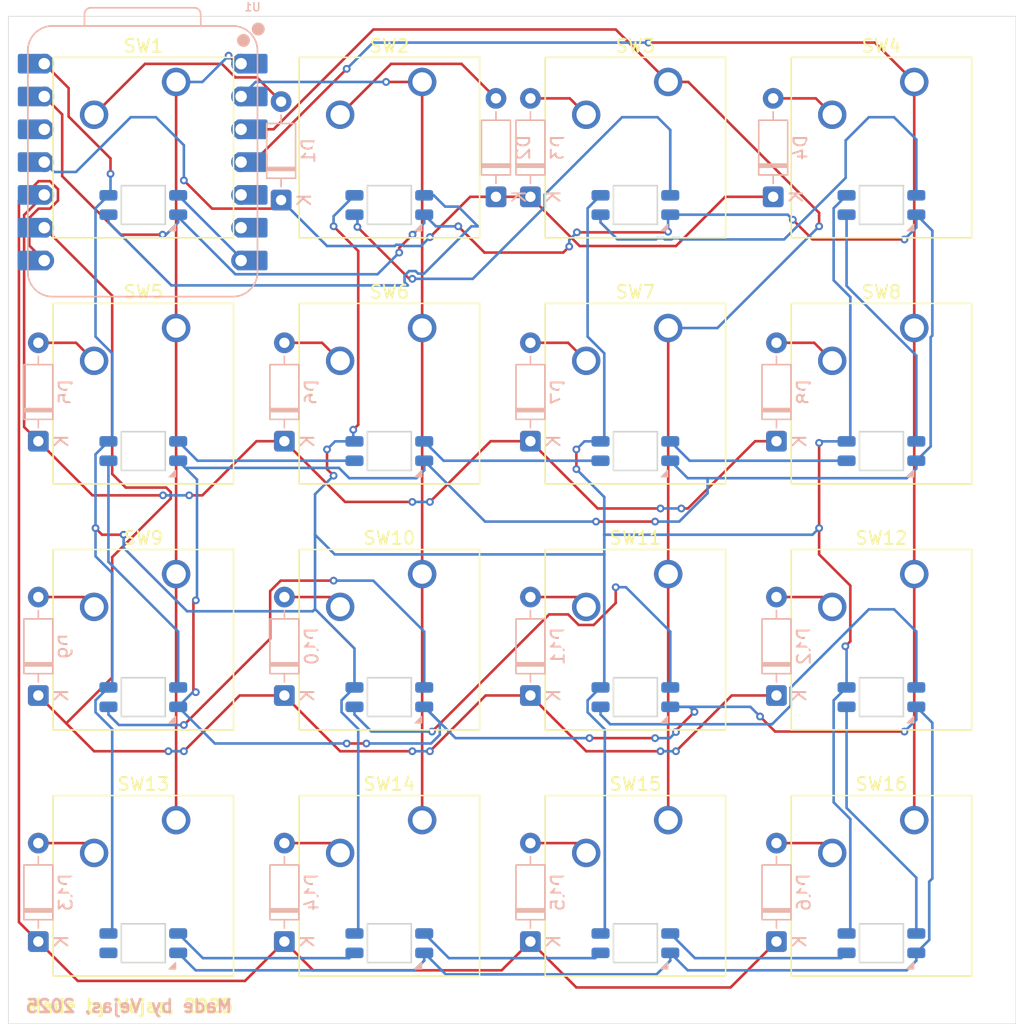
<source format=kicad_pcb>
(kicad_pcb (version 20241229) (generator "pcbnew") (generator_version "9.0")
  (layers (0 "F.Cu" signal) (2 "B.Cu" signal) (13 "F.Paste" user) (15 "B.Paste" user) (5 "F.SilkS" user "F.Silkscreen") (7 "B.SilkS" user "B.Silkscreen") (1 "F.Mask" user) (3 "B.Mask" user) (25 "Edge.Cuts" user))
  (net 0 "")
  (net 1 "Net-(D1-A)")
  (net 2 "r1")
  (net 3 "Net-(D2-A)")
  (net 4 "Net-(D3-A)")
  (net 5 "Net-(D4-A)")
  (net 6 "Net-(D5-A)")
  (net 7 "r2")
  (net 8 "Net-(D6-A)")
  (net 9 "Net-(D7-A)")
  (net 10 "Net-(D8-A)")
  (net 11 "r3")
  (net 12 "Net-(D9-A)")
  (net 13 "Net-(D10-A)")
  (net 14 "Net-(D11-A)")
  (net 15 "Net-(D12-A)")
  (net 16 "Net-(D13-A)")
  (net 17 "r4")
  (net 18 "Net-(D14-A)")
  (net 19 "Net-(D15-A)")
  (net 20 "Net-(D16-A)")
  (net 21 "GND")
  (net 22 "led")
  (net 23 "Net-(D17-DOUT)")
  (net 24 "+5V")
  (net 25 "Net-(D18-DOUT)")
  (net 26 "Net-(D19-DOUT)")
  (net 27 "Net-(D20-DOUT)")
  (net 28 "Net-(D21-DOUT)")
  (net 29 "Net-(D22-DOUT)")
  (net 30 "Net-(D23-DOUT)")
  (net 31 "Net-(D24-DOUT)")
  (net 32 "Net-(D25-DOUT)")
  (net 33 "Net-(D26-DOUT)")
  (net 34 "Net-(D27-DOUT)")
  (net 35 "Net-(D28-DOUT)")
  (net 36 "Net-(D29-DOUT)")
  (net 37 "Net-(D30-DOUT)")
  (net 38 "Net-(D31-DOUT)")
  (net 40 "c1")
  (net 41 "c2")
  (net 42 "c3")
  (net 43 "c4")
  (net 44 "+3V3")
  (footprint "Button_Switch_Keyboard:SW_Cherry_MX_1.00u_PCB" (layer "F.Cu") (at 130.81 33.02)
    (property "Reference" "SW4")
    (property "Value" "SW_Push_45deg")
  )
  (footprint "Button_Switch_Keyboard:SW_Cherry_MX_1.00u_PCB" (layer "F.Cu") (at 73.66 71.12)
    (property "Reference" "SW9")
    (property "Value" "SW_Push_45deg")
  )
  (footprint "Button_Switch_Keyboard:SW_Cherry_MX_1.00u_PCB" (layer "F.Cu") (at 73.66 33.02)
    (property "Reference" "SW1")
    (property "Value" "SW_Push_45deg")
  )
  (footprint "Button_Switch_Keyboard:SW_Cherry_MX_1.00u_PCB" (layer "F.Cu") (at 111.76 90.17)
    (property "Reference" "SW15")
    (property "Value" "SW_Push_45deg")
  )
  (footprint "Button_Switch_Keyboard:SW_Cherry_MX_1.00u_PCB" (layer "F.Cu") (at 73.66 52.07)
    (property "Reference" "SW5")
    (property "Value" "SW_Push_45deg")
  )
  (footprint "Button_Switch_Keyboard:SW_Cherry_MX_1.00u_PCB" (layer "F.Cu") (at 73.66 90.17)
    (property "Reference" "SW13")
    (property "Value" "SW_Push_45deg")
  )
  (footprint "Button_Switch_Keyboard:SW_Cherry_MX_1.00u_PCB" (layer "F.Cu") (at 130.81 71.12)
    (property "Reference" "SW12")
    (property "Value" "SW_Push_45deg")
  )
  (footprint "Button_Switch_Keyboard:SW_Cherry_MX_1.00u_PCB" (layer "F.Cu") (at 130.81 52.07)
    (property "Reference" "SW8")
    (property "Value" "SW_Push_45deg")
  )
  (footprint "Button_Switch_Keyboard:SW_Cherry_MX_1.00u_PCB" (layer "F.Cu") (at 111.76 71.12)
    (property "Reference" "SW11")
    (property "Value" "SW_Push_45deg")
  )
  (footprint "Button_Switch_Keyboard:SW_Cherry_MX_1.00u_PCB" (layer "F.Cu") (at 92.71 71.12)
    (property "Reference" "SW10")
    (property "Value" "SW_Push_45deg")
  )
  (footprint "Button_Switch_Keyboard:SW_Cherry_MX_1.00u_PCB" (layer "F.Cu") (at 111.76 52.07)
    (property "Reference" "SW7")
    (property "Value" "SW_Push_45deg")
  )
  (footprint "Button_Switch_Keyboard:SW_Cherry_MX_1.00u_PCB" (layer "F.Cu") (at 92.71 33.02)
    (property "Reference" "SW2")
    (property "Value" "SW_Push_45deg")
  )
  (footprint "Button_Switch_Keyboard:SW_Cherry_MX_1.00u_PCB" (layer "F.Cu") (at 130.81 90.17)
    (property "Reference" "SW16")
    (property "Value" "SW_Push_45deg")
  )
  (footprint "Button_Switch_Keyboard:SW_Cherry_MX_1.00u_PCB" (layer "F.Cu") (at 92.71 90.17)
    (property "Reference" "SW14")
    (property "Value" "SW_Push_45deg")
  )
  (footprint "Button_Switch_Keyboard:SW_Cherry_MX_1.00u_PCB" (layer "F.Cu") (at 92.71 52.07)
    (property "Reference" "SW6")
    (property "Value" "SW_Push_45deg")
  )
  (footprint "Button_Switch_Keyboard:SW_Cherry_MX_1.00u_PCB" (layer "F.Cu") (at 111.76 33.02)
    (property "Reference" "SW3")
    (property "Value" "SW_Push_45deg")
  )
  (footprint "ScottoKeebs_Components:LED_SK6812MINI" (layer "B.Cu") (at 71.12 99.695 180)
    (property "Reference" "D32" (hide yes))
    (property "Value" "LED_SK6812MINI" (hide yes))
    (fp_line (start 1.7 1.5) (end -1.7 1.5) (stroke (width 0.12)) (layer "Edge.Cuts"))
    (fp_line (start 1.7 -1.5) (end 1.7 1.5) (stroke (width 0.12)) (layer "Edge.Cuts"))
    (fp_line (start -1.7 1.5) (end -1.7 -1.5) (stroke (width 0.12)) (layer "Edge.Cuts"))
    (fp_line (start -1.7 -1.5) (end 1.7 -1.5) (stroke (width 0.12)) (layer "Edge.Cuts"))
  )
  (footprint "ScottoKeebs_Components:LED_SK6812MINI" (layer "B.Cu") (at 109.22 61.595 180)
    (property "Reference" "D22" (hide yes))
    (property "Value" "LED_SK6812MINI" (hide yes))
    (fp_line (start 1.7 1.5) (end -1.7 1.5) (stroke (width 0.12)) (layer "Edge.Cuts"))
    (fp_line (start 1.7 -1.5) (end 1.7 1.5) (stroke (width 0.12)) (layer "Edge.Cuts"))
    (fp_line (start -1.7 1.5) (end -1.7 -1.5) (stroke (width 0.12)) (layer "Edge.Cuts"))
    (fp_line (start -1.7 -1.5) (end 1.7 -1.5) (stroke (width 0.12)) (layer "Edge.Cuts"))
  )
  (footprint "Diode_THT:D_DO-35_SOD27_P7.62mm_Horizontal" (layer "B.Cu") (at 101.092 99.568 90)
    (property "Reference" "D15")
    (property "Value" "1N4148")
  )
  (footprint "Diode_THT:D_DO-35_SOD27_P7.62mm_Horizontal" (layer "B.Cu") (at 82.042 99.568 90)
    (property "Reference" "D14")
    (property "Value" "1N4148")
  )
  (footprint "Diode_THT:D_DO-35_SOD27_P7.62mm_Horizontal" (layer "B.Cu") (at 120.142 99.568 90)
    (property "Reference" "D16")
    (property "Value" "1N4148")
  )
  (footprint "Diode_THT:D_DO-35_SOD27_P7.62mm_Horizontal" (layer "B.Cu") (at 120.142 80.518 90)
    (property "Reference" "D12")
    (property "Value" "1N4148")
  )
  (footprint "Diode_THT:D_DO-35_SOD27_P7.62mm_Horizontal" (layer "B.Cu") (at 82.042 60.833 90)
    (property "Reference" "D6")
    (property "Value" "1N4148")
  )
  (footprint "Diode_THT:D_DO-35_SOD27_P7.62mm_Horizontal" (layer "B.Cu") (at 101.092 80.518 90)
    (property "Reference" "D11")
    (property "Value" "1N4148")
  )
  (footprint "Diode_THT:D_DO-35_SOD27_P7.62mm_Horizontal" (layer "B.Cu") (at 81.788 42.164 90)
    (property "Reference" "D1")
    (property "Value" "1N4148")
  )
  (footprint "Diode_THT:D_DO-35_SOD27_P7.62mm_Horizontal" (layer "B.Cu") (at 62.992 99.568 90)
    (property "Reference" "D13")
    (property "Value" "1N4148")
  )
  (footprint "Diode_THT:D_DO-35_SOD27_P7.62mm_Horizontal" (layer "B.Cu") (at 62.992 80.518 90)
    (property "Reference" "D9")
    (property "Value" "1N4148")
  )
  (footprint "Diode_THT:D_DO-35_SOD27_P7.62mm_Horizontal" (layer "B.Cu") (at 119.888 41.91 90)
    (property "Reference" "D4")
    (property "Value" "1N4148")
  )
  (footprint "ScottoKeebs_Components:LED_SK6812MINI" (layer "B.Cu") (at 90.17 99.695 180)
    (property "Reference" "D31" (hide yes))
    (property "Value" "LED_SK6812MINI" (hide yes))
    (fp_line (start 1.7 1.5) (end -1.7 1.5) (stroke (width 0.12)) (layer "Edge.Cuts"))
    (fp_line (start 1.7 -1.5) (end 1.7 1.5) (stroke (width 0.12)) (layer "Edge.Cuts"))
    (fp_line (start -1.7 1.5) (end -1.7 -1.5) (stroke (width 0.12)) (layer "Edge.Cuts"))
    (fp_line (start -1.7 -1.5) (end 1.7 -1.5) (stroke (width 0.12)) (layer "Edge.Cuts"))
  )
  (footprint "Diode_THT:D_DO-35_SOD27_P7.62mm_Horizontal" (layer "B.Cu") (at 82.042 80.518 90)
    (property "Reference" "D10")
    (property "Value" "1N4148")
  )
  (footprint "ScottoKeebs_Components:LED_SK6812MINI" (layer "B.Cu") (at 71.12 42.545 180)
    (property "Reference" "D17" (hide yes))
    (property "Value" "LED_SK6812MINI" (hide yes))
    (fp_line (start 1.7 1.5) (end -1.7 1.5) (stroke (width 0.12)) (layer "Edge.Cuts"))
    (fp_line (start 1.7 -1.5) (end 1.7 1.5) (stroke (width 0.12)) (layer "Edge.Cuts"))
    (fp_line (start -1.7 1.5) (end -1.7 -1.5) (stroke (width 0.12)) (layer "Edge.Cuts"))
    (fp_line (start -1.7 -1.5) (end 1.7 -1.5) (stroke (width 0.12)) (layer "Edge.Cuts"))
  )
  (footprint "ScottoKeebs_Components:LED_SK6812MINI" (layer "B.Cu") (at 90.17 42.545 180)
    (property "Reference" "D18" (hide yes))
    (property "Value" "LED_SK6812MINI" (hide yes))
    (fp_line (start 1.7 1.5) (end -1.7 1.5) (stroke (width 0.12)) (layer "Edge.Cuts"))
    (fp_line (start 1.7 -1.5) (end 1.7 1.5) (stroke (width 0.12)) (layer "Edge.Cuts"))
    (fp_line (start -1.7 1.5) (end -1.7 -1.5) (stroke (width 0.12)) (layer "Edge.Cuts"))
    (fp_line (start -1.7 -1.5) (end 1.7 -1.5) (stroke (width 0.12)) (layer "Edge.Cuts"))
  )
  (footprint "Diode_THT:D_DO-35_SOD27_P7.62mm_Horizontal" (layer "B.Cu") (at 101.092 41.91 90)
    (property "Reference" "D3")
    (property "Value" "1N4148")
  )
  (footprint "Diode_THT:D_DO-35_SOD27_P7.62mm_Horizontal" (layer "B.Cu") (at 120.142 60.833 90)
    (property "Reference" "D8")
    (property "Value" "1N4148")
  )
  (footprint "ScottoKeebs_Components:LED_SK6812MINI" (layer "B.Cu") (at 109.22 99.695 180)
    (property "Reference" "D30" (hide yes))
    (property "Value" "LED_SK6812MINI" (hide yes))
    (fp_line (start 1.7 1.5) (end -1.7 1.5) (stroke (width 0.12)) (layer "Edge.Cuts"))
    (fp_line (start 1.7 -1.5) (end 1.7 1.5) (stroke (width 0.12)) (layer "Edge.Cuts"))
    (fp_line (start -1.7 1.5) (end -1.7 -1.5) (stroke (width 0.12)) (layer "Edge.Cuts"))
    (fp_line (start -1.7 -1.5) (end 1.7 -1.5) (stroke (width 0.12)) (layer "Edge.Cuts"))
  )
  (footprint "ScottoKeebs_Components:LED_SK6812MINI" (layer "B.Cu") (at 71.12 80.645 180)
    (property "Reference" "D25" (hide yes))
    (property "Value" "LED_SK6812MINI" (hide yes))
    (fp_line (start 1.7 1.5) (end -1.7 1.5) (stroke (width 0.12)) (layer "Edge.Cuts"))
    (fp_line (start 1.7 -1.5) (end 1.7 1.5) (stroke (width 0.12)) (layer "Edge.Cuts"))
    (fp_line (start -1.7 1.5) (end -1.7 -1.5) (stroke (width 0.12)) (layer "Edge.Cuts"))
    (fp_line (start -1.7 -1.5) (end 1.7 -1.5) (stroke (width 0.12)) (layer "Edge.Cuts"))
  )
  (footprint "ScottoKeebs_Components:LED_SK6812MINI" (layer "B.Cu") (at 128.27 80.645 180)
    (property "Reference" "D28" (hide yes))
    (property "Value" "LED_SK6812MINI" (hide yes))
    (fp_line (start 1.7 1.5) (end -1.7 1.5) (stroke (width 0.12)) (layer "Edge.Cuts"))
    (fp_line (start 1.7 -1.5) (end 1.7 1.5) (stroke (width 0.12)) (layer "Edge.Cuts"))
    (fp_line (start -1.7 1.5) (end -1.7 -1.5) (stroke (width 0.12)) (layer "Edge.Cuts"))
    (fp_line (start -1.7 -1.5) (end 1.7 -1.5) (stroke (width 0.12)) (layer "Edge.Cuts"))
  )
  (footprint "Diode_THT:D_DO-35_SOD27_P7.62mm_Horizontal" (layer "B.Cu") (at 62.992 60.833 90)
    (property "Reference" "D5")
    (property "Value" "1N4148")
  )
  (footprint "ScottoKeebs_Components:LED_SK6812MINI" (layer "B.Cu") (at 71.12 61.595 180)
    (property "Reference" "D24" (hide yes))
    (property "Value" "LED_SK6812MINI" (hide yes))
    (fp_line (start 1.7 1.5) (end -1.7 1.5) (stroke (width 0.12)) (layer "Edge.Cuts"))
    (fp_line (start 1.7 -1.5) (end 1.7 1.5) (stroke (width 0.12)) (layer "Edge.Cuts"))
    (fp_line (start -1.7 1.5) (end -1.7 -1.5) (stroke (width 0.12)) (layer "Edge.Cuts"))
    (fp_line (start -1.7 -1.5) (end 1.7 -1.5) (stroke (width 0.12)) (layer "Edge.Cuts"))
  )
  (footprint "ScottoKeebs_Components:LED_SK6812MINI" (layer "B.Cu") (at 90.17 61.595 180)
    (property "Reference" "D23" (hide yes))
    (property "Value" "LED_SK6812MINI" (hide yes))
    (fp_line (start 1.7 1.5) (end -1.7 1.5) (stroke (width 0.12)) (layer "Edge.Cuts"))
    (fp_line (start 1.7 -1.5) (end 1.7 1.5) (stroke (width 0.12)) (layer "Edge.Cuts"))
    (fp_line (start -1.7 1.5) (end -1.7 -1.5) (stroke (width 0.12)) (layer "Edge.Cuts"))
    (fp_line (start -1.7 -1.5) (end 1.7 -1.5) (stroke (width 0.12)) (layer "Edge.Cuts"))
  )
  (footprint "ScottoKeebs_Components:LED_SK6812MINI" (layer "B.Cu") (at 128.27 42.545 180)
    (property "Reference" "D20" (hide yes))
    (property "Value" "LED_SK6812MINI" (hide yes))
    (fp_line (start 1.7 1.5) (end -1.7 1.5) (stroke (width 0.12)) (layer "Edge.Cuts"))
    (fp_line (start 1.7 -1.5) (end 1.7 1.5) (stroke (width 0.12)) (layer "Edge.Cuts"))
    (fp_line (start -1.7 1.5) (end -1.7 -1.5) (stroke (width 0.12)) (layer "Edge.Cuts"))
    (fp_line (start -1.7 -1.5) (end 1.7 -1.5) (stroke (width 0.12)) (layer "Edge.Cuts"))
  )
  (footprint "ScottoKeebs_Components:LED_SK6812MINI" (layer "B.Cu") (at 128.27 61.595 180)
    (property "Reference" "D21" (hide yes))
    (property "Value" "LED_SK6812MINI" (hide yes))
    (fp_line (start 1.7 1.5) (end -1.7 1.5) (stroke (width 0.12)) (layer "Edge.Cuts"))
    (fp_line (start 1.7 -1.5) (end 1.7 1.5) (stroke (width 0.12)) (layer "Edge.Cuts"))
    (fp_line (start -1.7 1.5) (end -1.7 -1.5) (stroke (width 0.12)) (layer "Edge.Cuts"))
    (fp_line (start -1.7 -1.5) (end 1.7 -1.5) (stroke (width 0.12)) (layer "Edge.Cuts"))
  )
  (footprint "ScottoKeebs_Components:LED_SK6812MINI" (layer "B.Cu") (at 128.27 99.695 180)
    (property "Reference" "D29" (hide yes))
    (property "Value" "LED_SK6812MINI" (hide yes))
    (fp_line (start 1.7 1.5) (end -1.7 1.5) (stroke (width 0.12)) (layer "Edge.Cuts"))
    (fp_line (start 1.7 -1.5) (end 1.7 1.5) (stroke (width 0.12)) (layer "Edge.Cuts"))
    (fp_line (start -1.7 1.5) (end -1.7 -1.5) (stroke (width 0.12)) (layer "Edge.Cuts"))
    (fp_line (start -1.7 -1.5) (end 1.7 -1.5) (stroke (width 0.12)) (layer "Edge.Cuts"))
  )
  (footprint "ScottoKeebs_Components:LED_SK6812MINI" (layer "B.Cu") (at 109.22 42.545 180)
    (property "Reference" "D19" (hide yes))
    (property "Value" "LED_SK6812MINI" (hide yes))
    (fp_line (start 1.7 1.5) (end -1.7 1.5) (stroke (width 0.12)) (layer "Edge.Cuts"))
    (fp_line (start 1.7 -1.5) (end 1.7 1.5) (stroke (width 0.12)) (layer "Edge.Cuts"))
    (fp_line (start -1.7 1.5) (end -1.7 -1.5) (stroke (width 0.12)) (layer "Edge.Cuts"))
    (fp_line (start -1.7 -1.5) (end 1.7 -1.5) (stroke (width 0.12)) (layer "Edge.Cuts"))
  )
  (footprint "Diode_THT:D_DO-35_SOD27_P7.62mm_Horizontal" (layer "B.Cu") (at 98.425 41.91 90)
    (property "Reference" "D2")
    (property "Value" "1N4148")
  )
  (footprint "Seeed Studio XIAO Series Library:XIAO-RP2040-DIP" (layer "B.Cu") (at 71.0692 39.2241 180)
    (property "Reference" "U1")
    (property "Value" "MCU_Seeed_XIAO_RP2040")
  )
  (footprint "ScottoKeebs_Components:LED_SK6812MINI" (layer "B.Cu") (at 90.17 80.645 180)
    (property "Reference" "D26" (hide yes))
    (property "Value" "LED_SK6812MINI" (hide yes))
    (fp_line (start 1.7 1.5) (end -1.7 1.5) (stroke (width 0.12)) (layer "Edge.Cuts"))
    (fp_line (start 1.7 -1.5) (end 1.7 1.5) (stroke (width 0.12)) (layer "Edge.Cuts"))
    (fp_line (start -1.7 1.5) (end -1.7 -1.5) (stroke (width 0.12)) (layer "Edge.Cuts"))
    (fp_line (start -1.7 -1.5) (end 1.7 -1.5) (stroke (width 0.12)) (layer "Edge.Cuts"))
  )
  (footprint "ScottoKeebs_Components:LED_SK6812MINI" (layer "B.Cu") (at 109.22 80.645 180)
    (property "Reference" "D27" (hide yes))
    (property "Value" "LED_SK6812MINI" (hide yes))
    (fp_line (start 1.7 1.5) (end -1.7 1.5) (stroke (width 0.12)) (layer "Edge.Cuts"))
    (fp_line (start 1.7 -1.5) (end 1.7 1.5) (stroke (width 0.12)) (layer "Edge.Cuts"))
    (fp_line (start -1.7 1.5) (end -1.7 -1.5) (stroke (width 0.12)) (layer "Edge.Cuts"))
    (fp_line (start -1.7 -1.5) (end 1.7 -1.5) (stroke (width 0.12)) (layer "Edge.Cuts"))
  )
  (footprint "Diode_THT:D_DO-35_SOD27_P7.62mm_Horizontal" (layer "B.Cu") (at 101.092 60.833 90)
    (property "Reference" "D7")
    (property "Value" "1N4148")
  )
  (gr_rect (start 60.684 27.94) (end 138.684 105.94) (stroke (width 0.05)) (fill no) (layer "Edge.Cuts"))
  (gr_text "Made by Vejas, 2025" (at 61.976 105.156 0) (layer "F.SilkS") (effects (font (size 1 1) (thickness 0.2) (bold yes)) (justify left bottom)))
  (gr_text "Made by Vejas, 2025" (at 78.105 105.156 -0) (layer "B.SilkS") (effects (font (size 1 1) (thickness 0.2) (bold yes)) (justify left bottom mirror)))
  (segment (start 79.9111 32.6671) (end 78.24889 32.6671) (width 0.2) (layer "F.Cu") (net 1))
  (segment (start 71.251 31.619) (end 67.31 35.56) (width 0.2) (layer "F.Cu") (net 1))
  (segment (start 81.788 34.544) (end 79.9111 32.6671) (width 0.2) (layer "F.Cu") (net 1))
  (segment (start 77.20079 31.619) (end 71.251 31.619) (width 0.2) (layer "F.Cu") (net 1))
  (segment (start 78.24889 32.6671) (end 77.20079 31.619) (width 0.2) (layer "F.Cu") (net 1))
  (segment (start 98.425 41.91) (end 96.433473 41.91) (width 0.2) (layer "F.Cu") (net 2))
  (segment (start 81.788 42.164) (end 81.1249 42.8271) (width 0.2) (layer "F.Cu") (net 2))
  (segment (start 116.17 41.91) (end 119.888 41.91) (width 0.2) (layer "F.Cu") (net 2))
  (segment (start 101.092 41.91) (end 104.902 45.72) (width 0.2) (layer "F.Cu") (net 2))
  (segment (start 81.1249 42.8271) (end 76.4471 42.8271) (width 0.2) (layer "F.Cu") (net 2))
  (segment (start 111.16 45.72) (end 112.36 45.72) (width 0.2) (layer "F.Cu") (net 2))
  (segment (start 98.425 41.91) (end 101.092 41.91) (width 0.2) (layer "F.Cu") (net 2))
  (segment (start 76.4471 42.8271) (end 74.26 40.64) (width 0.2) (layer "F.Cu") (net 2))
  (segment (start 104.902 45.72) (end 111.16 45.72) (width 0.2) (layer "F.Cu") (net 2))
  (segment (start 112.36 45.72) (end 116.17 41.91) (width 0.2) (layer "F.Cu") (net 2))
  (segment (start 96.433473 41.91) (end 93.31 45.033473) (width 0.2) (layer "F.Cu") (net 2))
  (via (at 93.31 45.033473) (size 0.6) (drill 0.3) (layers "F.Cu" "B.Cu") (net 2))
  (via (at 74.26 40.64) (size 0.6) (drill 0.3) (layers "F.Cu" "B.Cu") (net 2))
  (segment (start 64.211199 39.986099) (end 63.4492 39.2241) (width 0.2) (layer "B.Cu") (net 2))
  (segment (start 90.590057 45.72) (end 85.344 45.72) (width 0.2) (layer "B.Cu") (net 2))
  (segment (start 93.31 45.033473) (end 92.623473 45.72) (width 0.2) (layer "B.Cu") (net 2))
  (segment (start 85.344 45.72) (end 81.788 42.164) (width 0.2) (layer "B.Cu") (net 2))
  (segment (start 70.146184 35.749) (end 65.909085 39.986099) (width 0.2) (layer "B.Cu") (net 2))
  (segment (start 91.180943 45.627) (end 90.683057 45.627) (width 0.2) (layer "B.Cu") (net 2))
  (segment (start 91.273943 45.72) (end 91.180943 45.627) (width 0.2) (layer "B.Cu") (net 2))
  (segment (start 90.683057 45.627) (end 90.590057 45.72) (width 0.2) (layer "B.Cu") (net 2))
  (segment (start 65.909085 39.986099) (end 64.211199 39.986099) (width 0.2) (layer "B.Cu") (net 2))
  (segment (start 72.093816 35.749) (end 70.146184 35.749) (width 0.2) (layer "B.Cu") (net 2))
  (segment (start 74.26 37.915184) (end 72.093816 35.749) (width 0.2) (layer "B.Cu") (net 2))
  (segment (start 92.623473 45.72) (end 91.273943 45.72) (width 0.2) (layer "B.Cu") (net 2))
  (segment (start 74.26 40.64) (end 74.26 37.915184) (width 0.2) (layer "B.Cu") (net 2))
  (segment (start 98.425 34.29) (end 95.754 31.619) (width 0.2) (layer "F.Cu") (net 3))
  (segment (start 90.301 31.619) (end 86.36 35.56) (width 0.2) (layer "F.Cu") (net 3))
  (segment (start 95.754 31.619) (end 90.301 31.619) (width 0.2) (layer "F.Cu") (net 3))
  (segment (start 101.092 34.29) (end 104.14 34.29) (width 0.2) (layer "F.Cu") (net 4))
  (segment (start 104.14 34.29) (end 105.41 35.56) (width 0.2) (layer "F.Cu") (net 4))
  (segment (start 123.19 34.29) (end 124.46 35.56) (width 0.2) (layer "F.Cu") (net 5))
  (segment (start 119.888 34.29) (end 123.19 34.29) (width 0.2) (layer "F.Cu") (net 5))
  (segment (start 65.913 53.213) (end 67.31 54.61) (width 0.2) (layer "F.Cu") (net 6))
  (segment (start 62.992 53.213) (end 65.913 53.213) (width 0.2) (layer "F.Cu") (net 6))
  (segment (start 101.092 60.833) (end 106.299 66.04) (width 0.2) (layer "F.Cu") (net 7))
  (segment (start 86.741 65.532) (end 91.948 65.532) (width 0.2) (layer "F.Cu") (net 7))
  (segment (start 112.776 66.04) (end 113.284 66.04) (width 0.2) (layer "F.Cu") (net 7))
  (segment (start 82.042 60.833) (end 86.741 65.532) (width 0.2) (layer "F.Cu") (net 7))
  (segment (start 113.284 66.04) (end 118.491 60.833) (width 0.2) (layer "F.Cu") (net 7))
  (segment (start 118.491 60.833) (end 120.142 60.833) (width 0.2) (layer "F.Cu") (net 7))
  (segment (start 98.009 60.833) (end 101.092 60.833) (width 0.2) (layer "F.Cu") (net 7))
  (segment (start 106.299 66.04) (end 111.16 66.04) (width 0.2) (layer "F.Cu") (net 7))
  (segment (start 67.183 65.024) (end 72.644 65.024) (width 0.2) (layer "F.Cu") (net 7))
  (segment (start 61.891 59.732) (end 62.992 60.833) (width 0.2) (layer "F.Cu") (net 7))
  (segment (start 75.692 65.024) (end 79.883 60.833) (width 0.2) (layer "F.Cu") (net 7))
  (segment (start 62.992 60.833) (end 67.183 65.024) (width 0.2) (layer "F.Cu") (net 7))
  (segment (start 74.676 65.024) (end 75.692 65.024) (width 0.2) (layer "F.Cu") (net 7))
  (segment (start 93.31 65.532) (end 98.009 60.833) (width 0.2) (layer "F.Cu") (net 7))
  (segment (start 79.883 60.833) (end 82.042 60.833) (width 0.2) (layer "F.Cu") (net 7))
  (segment (start 61.891 43.3223) (end 61.891 59.732) (width 0.2) (layer "F.Cu") (net 7))
  (segment (start 63.4492 41.7641) (end 61.891 43.3223) (width 0.2) (layer "F.Cu") (net 7))
  (via (at 74.676 65.024) (size 0.6) (drill 0.3) (layers "F.Cu" "B.Cu") (net 7))
  (via (at 72.644 65.024) (size 0.6) (drill 0.3) (layers "F.Cu" "B.Cu") (net 7))
  (via (at 93.31 65.532) (size 0.6) (drill 0.3) (layers "F.Cu" "B.Cu") (net 7))
  (via (at 112.776 66.04) (size 0.6) (drill 0.3) (layers "F.Cu" "B.Cu") (net 7))
  (via (at 111.16 66.04) (size 0.6) (drill 0.3) (layers "F.Cu" "B.Cu") (net 7))
  (via (at 91.948 65.532) (size 0.6) (drill 0.3) (layers "F.Cu" "B.Cu") (net 7))
  (segment (start 111.16 66.04) (end 112.776 66.04) (width 0.2) (layer "B.Cu") (net 7))
  (segment (start 91.948 65.532) (end 93.31 65.532) (width 0.2) (layer "B.Cu") (net 7))
  (segment (start 72.644 65.024) (end 74.676 65.024) (width 0.2) (layer "B.Cu") (net 7))
  (segment (start 82.042 53.213) (end 84.963 53.213) (width 0.2) (layer "F.Cu") (net 8))
  (segment (start 84.963 53.213) (end 86.36 54.61) (width 0.2) (layer "F.Cu") (net 8))
  (segment (start 104.013 53.213) (end 105.41 54.61) (width 0.2) (layer "F.Cu") (net 9))
  (segment (start 101.092 53.213) (end 104.013 53.213) (width 0.2) (layer "F.Cu") (net 9))
  (segment (start 123.063 53.213) (end 124.46 54.61) (width 0.2) (layer "F.Cu") (net 10))
  (segment (start 120.142 53.213) (end 123.063 53.213) (width 0.2) (layer "F.Cu") (net 10))
  (segment (start 73.245 65.272943) (end 68.711 69.806943) (width 0.2) (layer "F.Cu") (net 11))
  (segment (start 62.992 80.518) (end 65.151 82.677) (width 0.2) (layer "F.Cu") (net 11))
  (segment (start 101.092 80.518) (end 105.41 84.836) (width 0.2) (layer "F.Cu") (net 11))
  (segment (start 82.042 80.518) (end 86.36 84.836) (width 0.2) (layer "F.Cu") (net 11))
  (segment (start 68.711 79.117) (end 65.151 82.677) (width 0.2) (layer "F.Cu") (net 11))
  (segment (start 72.892943 64.423) (end 73.245 64.775057) (width 0.2) (layer "F.Cu") (net 11))
  (segment (start 63.4492 44.3041) (end 68.711 49.5659) (width 0.2) (layer "F.Cu") (net 11))
  (segment (start 68.711 69.806943) (end 68.711 79.117) (width 0.2) (layer "F.Cu") (net 11))
  (segment (start 97.628 80.518) (end 101.092 80.518) (width 0.2) (layer "F.Cu") (net 11))
  (segment (start 69.765 64.423) (end 72.892943 64.423) (width 0.2) (layer "F.Cu") (net 11))
  (segment (start 65.151 82.677) (end 67.31 84.836) (width 0.2) (layer "F.Cu") (net 11))
  (segment (start 68.711 63.369) (end 69.765 64.423) (width 0.2) (layer "F.Cu") (net 11))
  (segment (start 73.245 64.775057) (end 73.245 65.272943) (width 0.2) (layer "F.Cu") (net 11))
  (segment (start 105.41 84.836) (end 111.16 84.836) (width 0.2) (layer "F.Cu") (net 11))
  (segment (start 74.26 84.836) (end 78.578 80.518) (width 0.2) (layer "F.Cu") (net 11))
  (segment (start 67.31 84.836) (end 73.06 84.836) (width 0.2) (layer "F.Cu") (net 11))
  (segment (start 68.711 49.5659) (end 68.711 63.369) (width 0.2) (layer "F.Cu") (net 11))
  (segment (start 78.578 80.518) (end 82.042 80.518) (width 0.2) (layer "F.Cu") (net 11))
  (segment (start 86.36 84.836) (end 91.948 84.836) (width 0.2) (layer "F.Cu") (net 11))
  (segment (start 93.31 84.836) (end 97.628 80.518) (width 0.2) (layer "F.Cu") (net 11))
  (segment (start 112.36 84.836) (end 116.678 80.518) (width 0.2) (layer "F.Cu") (net 11))
  (segment (start 116.678 80.518) (end 120.142 80.518) (width 0.2) (layer "F.Cu") (net 11))
  (via (at 73.06 84.836) (size 0.6) (drill 0.3) (layers "F.Cu" "B.Cu") (net 11))
  (via (at 91.948 84.836) (size 0.6) (drill 0.3) (layers "F.Cu" "B.Cu") (net 11))
  (via (at 93.31 84.836) (size 0.6) (drill 0.3) (layers "F.Cu" "B.Cu") (net 11))
  (via (at 74.26 84.836) (size 0.6) (drill 0.3) (layers "F.Cu" "B.Cu") (net 11))
  (via (at 111.16 84.836) (size 0.6) (drill 0.3) (layers "F.Cu" "B.Cu") (net 11))
  (via (at 112.36 84.836) (size 0.6) (drill 0.3) (layers "F.Cu" "B.Cu") (net 11))
  (segment (start 91.948 84.836) (end 93.31 84.836) (width 0.2) (layer "B.Cu") (net 11))
  (segment (start 73.06 84.836) (end 74.26 84.836) (width 0.2) (layer "B.Cu") (net 11))
  (segment (start 111.16 84.836) (end 112.36 84.836) (width 0.2) (layer "B.Cu") (net 11))
  (segment (start 66.548 72.898) (end 67.31 73.66) (width 0.2) (layer "F.Cu") (net 12))
  (segment (start 62.992 72.898) (end 66.548 72.898) (width 0.2) (layer "F.Cu") (net 12))
  (segment (start 82.042 72.898) (end 85.598 72.898) (width 0.2) (layer "F.Cu") (net 13))
  (segment (start 85.598 72.898) (end 86.36 73.66) (width 0.2) (layer "F.Cu") (net 13))
  (segment (start 101.092 72.898) (end 104.648 72.898) (width 0.2) (layer "F.Cu") (net 14))
  (segment (start 104.648 72.898) (end 105.41 73.66) (width 0.2) (layer "F.Cu") (net 14))
  (segment (start 120.142 72.898) (end 123.698 72.898) (width 0.2) (layer "F.Cu") (net 15))
  (segment (start 123.698 72.898) (end 124.46 73.66) (width 0.2) (layer "F.Cu") (net 15))
  (segment (start 66.548 91.948) (end 67.31 92.71) (width 0.2) (layer "F.Cu") (net 16))
  (segment (start 62.992 91.948) (end 66.548 91.948) (width 0.2) (layer "F.Cu") (net 16))
  (segment (start 63.88951 42.8271) (end 64.5122 42.20441) (width 0.2) (layer "F.Cu") (net 17))
  (segment (start 78.994 102.616) (end 82.042 99.568) (width 0.2) (layer "F.Cu") (net 17))
  (segment (start 64.5122 42.20441) (end 64.5122 41.32379) (width 0.2) (layer "F.Cu") (net 17))
  (segment (start 84.27 101.796) (end 98.864 101.796) (width 0.2) (layer "F.Cu") (net 17))
  (segment (start 64.5122 41.32379) (end 63.88951 40.7011) (width 0.2) (layer "F.Cu") (net 17))
  (segment (start 62.292 45.6869) (end 62.292 43.54399) (width 0.2) (layer "F.Cu") (net 17))
  (segment (start 62.292 43.54399) (end 63.00889 42.8271) (width 0.2) (layer "F.Cu") (net 17))
  (segment (start 66.04 102.616) (end 78.994 102.616) (width 0.2) (layer "F.Cu") (net 17))
  (segment (start 63.00889 40.7011) (end 61.49 42.21999) (width 0.2) (layer "F.Cu") (net 17))
  (segment (start 101.092 99.568) (end 104.648 103.124) (width 0.2) (layer "F.Cu") (net 17))
  (segment (start 82.042 99.568) (end 84.27 101.796) (width 0.2) (layer "F.Cu") (net 17))
  (segment (start 98.864 101.796) (end 101.092 99.568) (width 0.2) (layer "F.Cu") (net 17))
  (segment (start 104.648 103.124) (end 116.586 103.124) (width 0.2) (layer "F.Cu") (net 17))
  (segment (start 63.88951 40.7011) (end 63.00889 40.7011) (width 0.2) (layer "F.Cu") (net 17))
  (segment (start 63.00889 42.8271) (end 63.88951 42.8271) (width 0.2) (layer "F.Cu") (net 17))
  (segment (start 116.586 103.124) (end 120.142 99.568) (width 0.2) (layer "F.Cu") (net 17))
  (segment (start 61.49 42.21999) (end 61.49 98.066) (width 0.2) (layer "F.Cu") (net 17))
  (segment (start 61.49 98.066) (end 62.992 99.568) (width 0.2) (layer "F.Cu") (net 17))
  (segment (start 62.992 99.568) (end 66.04 102.616) (width 0.2) (layer "F.Cu") (net 17))
  (segment (start 63.4492 46.8441) (end 62.292 45.6869) (width 0.2) (layer "F.Cu") (net 17))
  (segment (start 85.598 91.948) (end 86.36 92.71) (width 0.2) (layer "F.Cu") (net 18))
  (segment (start 82.042 91.948) (end 85.598 91.948) (width 0.2) (layer "F.Cu") (net 18))
  (segment (start 104.648 91.948) (end 105.41 92.71) (width 0.2) (layer "F.Cu") (net 19))
  (segment (start 101.092 91.948) (end 104.648 91.948) (width 0.2) (layer "F.Cu") (net 19))
  (segment (start 120.142 91.948) (end 123.698 91.948) (width 0.2) (layer "F.Cu") (net 20))
  (segment (start 123.698 91.948) (end 124.46 92.71) (width 0.2) (layer "F.Cu") (net 20))
  (segment (start 63.4492 34.1441) (end 64.839 35.5339) (width 0.2) (layer "F.Cu") (net 21))
  (segment (start 120.038 83.312) (end 130.048 83.312) (width 0.2) (layer "F.Cu") (net 21))
  (segment (start 105.664 83.82) (end 110.744 83.82) (width 0.2) (layer "F.Cu") (net 21))
  (segment (start 111.699889 44.660735) (end 111.748624 44.612) (width 0.2) (layer "F.Cu") (net 21))
  (segment (start 121.409598 43.685598) (end 122.936 45.212) (width 0.2) (layer "F.Cu") (net 21))
  (segment (start 69.370058 44.845) (end 72.613578 44.845) (width 0.2) (layer "F.Cu") (net 21))
  (segment (start 75.184 73.152) (end 74.999 73.337) (width 0.2) (layer "F.Cu") (net 21))
  (segment (start 86.868 84.236) (end 88.392 84.236) (width 0.2) (layer "F.Cu") (net 21))
  (segment (start 122.936 45.212) (end 130.048 45.212) (width 0.2) (layer "F.Cu") (net 21))
  (segment (start 64.839 40.313942) (end 69.370058 44.845) (width 0.2) (layer "F.Cu") (net 21))
  (segment (start 112.36 83.22) (end 113.792 81.788) (width 0.2) (layer "F.Cu") (net 21))
  (segment (start 97.536 46.228) (end 103.632 46.228) (width 0.2) (layer "F.Cu") (net 21))
  (segment (start 103.632 46.228) (end 104.096735 45.763265) (width 0.2) (layer "F.Cu") (net 21))
  (segment (start 104.691265 44.660735) (end 111.699889 44.660735) (width 0.2) (layer "F.Cu") (net 21))
  (segment (start 95.504 44.196) (end 97.536 46.228) (width 0.2) (layer "F.Cu") (net 21))
  (segment (start 90.932 45.871488) (end 91.964033 44.839455) (width 0.2) (layer "F.Cu") (net 21))
  (segment (start 64.839 35.5339) (end 64.839 40.313942) (width 0.2) (layer "F.Cu") (net 21))
  (segment (start 74.999 73.337) (end 74.999 80.079) (width 0.2) (layer "F.Cu") (net 21))
  (segment (start 118.872 82.146) (end 120.038 83.312) (width 0.2) (layer "F.Cu") (net 21))
  (segment (start 90.932 46.228) (end 90.932 45.871488) (width 0.2) (layer "F.Cu") (net 21))
  (segment (start 112.36 83.346) (end 112.36 83.22) (width 0.2) (layer "F.Cu") (net 21))
  (segment (start 74.999 80.079) (end 75.184 80.264) (width 0.2) (layer "F.Cu") (net 21))
  (segment (start 106.172 67.056) (end 110.744 67.056) (width 0.2) (layer "F.Cu") (net 21))
  (via (at 105.664 83.82) (size 0.6) (drill 0.3) (layers "F.Cu" "B.Cu") (net 21))
  (via (at 110.744 83.82) (size 0.6) (drill 0.3) (layers "F.Cu" "B.Cu") (net 21))
  (via (at 86.868 84.236) (size 0.6) (drill 0.3) (layers "F.Cu" "B.Cu") (net 21))
  (via (at 110.744 67.056) (size 0.6) (drill 0.3) (layers "F.Cu" "B.Cu") (net 21))
  (via (at 106.172 67.056) (size 0.6) (drill 0.3) (layers "F.Cu" "B.Cu") (net 21))
  (via (at 111.748624 44.612) (size 0.6) (drill 0.3) (layers "F.Cu" "B.Cu") (net 21))
  (via (at 75.184 73.152) (size 0.6) (drill 0.3) (layers "F.Cu" "B.Cu") (net 21))
  (via (at 91.964033 44.839455) (size 0.6) (drill 0.3) (layers "F.Cu" "B.Cu") (net 21))
  (via (at 113.792 81.788) (size 0.6) (drill 0.3) (layers "F.Cu" "B.Cu") (net 21))
  (via (at 104.096735 45.763265) (size 0.6) (drill 0.3) (layers "F.Cu" "B.Cu") (net 21))
  (via (at 88.392 84.236) (size 0.6) (drill 0.3) (layers "F.Cu" "B.Cu") (net 21))
  (via (at 72.613578 44.845) (size 0.6) (drill 0.3) (layers "F.Cu" "B.Cu") (net 21))
  (via (at 95.504 44.196) (size 0.6) (drill 0.3) (layers "F.Cu" "B.Cu") (net 21))
  (via (at 130.048 83.312) (size 0.6) (drill 0.3) (layers "F.Cu" "B.Cu") (net 21))
  (via (at 112.36 83.346) (size 0.6) (drill 0.3) (layers "F.Cu" "B.Cu") (net 21))
  (via (at 90.932 46.228) (size 0.6) (drill 0.3) (layers "F.Cu" "B.Cu") (net 21))
  (via (at 104.691265 44.660735) (size 0.6) (drill 0.3) (layers "F.Cu" "B.Cu") (net 21))
  (via (at 118.872 82.146) (size 0.6) (drill 0.3) (layers "F.Cu" "B.Cu") (net 21))
  (via (at 130.048 45.212) (size 0.6) (drill 0.3) (layers "F.Cu" "B.Cu") (net 21))
  (via (at 75.184 80.264) (size 0.6) (drill 0.3) (layers "F.Cu" "B.Cu") (net 21))
  (via (at 121.409598 43.685598) (size 0.6) (drill 0.3) (layers "F.Cu" "B.Cu") (net 21))
  (segment (start 130.218942 101.796) (end 113.271 101.796) (width 0.2) (layer "B.Cu") (net 21))
  (segment (start 110.744 83.82) (end 111.886 83.82) (width 0.2) (layer "B.Cu") (net 21))
  (segment (start 75.184 80.264) (end 74.951 80.264) (width 0.2) (layer "B.Cu") (net 21))
  (segment (start 93.771 44.196) (end 95.504 44.196) (width 0.2) (layer "B.Cu") (net 21))
  (segment (start 88.392 84.236) (end 93.397943 84.236) (width 0.2) (layer "B.Cu") (net 21))
  (segment (start 130.97 62.345) (end 132.08 61.235) (width 0.2) (layer "B.Cu") (net 21))
  (segment (start 73.82 62.345) (end 74.374 62.899) (width 0.2) (layer "B.Cu") (net 21))
  (segment (start 92.87 43.295) (end 93.771 44.196) (width 0.2) (layer "B.Cu") (net 21))
  (segment (start 111.886 83.82) (end 112.36 83.346) (width 0.2) (layer "B.Cu") (net 21))
  (segment (start 73.82 81.395) (end 76.661 84.236) (width 0.2) (layer "B.Cu") (net 21))
  (segment (start 72.613578 44.845) (end 72.869942 44.845) (width 0.2) (layer "B.Cu") (net 21))
  (segment (start 114.808 64.857943) (end 114.808 63.696) (width 0.2) (layer "B.Cu") (net 21))
  (segment (start 87.064 63.696) (end 92.26 63.696) (width 0.2) (layer "B.Cu") (net 21))
  (segment (start 111.92 43.295) (end 121.019 43.295) (width 0.2) (layer "B.Cu") (net 21))
  (segment (start 104.096735 45.763265) (end 104.096735 45.255265) (width 0.2) (layer "B.Cu") (net 21))
  (segment (start 132.08 61.235) (end 132.08 52.781314) (width 0.2) (layer "B.Cu") (net 21))
  (segment (start 110.856942 102.108) (end 94.533 102.108) (width 0.2) (layer "B.Cu") (net 21))
  (segment (start 73.82 43.47821) (end 78.24889 47.9071) (width 0.2) (layer "B.Cu") (net 21))
  (segment (start 130.97 44.29) (end 130.97 43.295) (width 0.2) (layer "B.Cu") (net 21))
  (segment (start 74.374 62.899) (end 86.267 62.899) (width 0.2) (layer "B.Cu") (net 21))
  (segment (start 132.211 52.650314) (end 132.211 44.536) (width 0.2) (layer "B.Cu") (net 21))
  (segment (start 75.277 63.802) (end 75.277 73.059) (width 0.2) (layer "B.Cu") (net 21))
  (segment (start 92.26 63.696) (end 92.87 63.086) (width 0.2) (layer "B.Cu") (net 21))
  (segment (start 92.87 62.345) (end 97.581 67.056) (width 0.2) (layer "B.Cu") (net 21))
  (segment (start 111.748624 43.466376) (end 111.92 43.295) (width 0.2) (layer "B.Cu") (net 21))
  (segment (start 94.533 102.108) (end 92.87 100.445) (width 0.2) (layer "B.Cu") (net 21))
  (segment (start 132.211 44.536) (end 130.97 43.295) (width 0.2) (layer "B.Cu") (net 21))
  (segment (start 75.171 101.796) (end 73.82 100.445) (width 0.2) (layer "B.Cu") (net 21))
  (segment (start 95.295 83.82) (end 105.664 83.82) (width 0.2) (layer "B.Cu") (net 21))
  (segment (start 132.08 52.781314) (end 132.211 52.650314) (width 0.2) (layer "B.Cu") (net 21))
  (segment (start 72.869942 44.845) (end 73.82 43.894942) (width 0.2) (layer "B.Cu") (net 21))
  (segment (start 113.271 63.696) (end 114.808 63.696) (width 0.2) (layer "B.Cu") (net 21))
  (segment (start 93.397943 84.236) (end 94.073 83.560943) (width 0.2) (layer "B.Cu") (net 21))
  (segment (start 75.277 73.059) (end 75.184 73.152) (width 0.2) (layer "B.Cu") (net 21))
  (segment (start 132.211 82.636) (end 132.211 94.69053) (width 0.2) (layer "B.Cu") (net 21))
  (segment (start 97.581 67.056) (end 106.172 67.056) (width 0.2) (layer "B.Cu") (net 21))
  (segment (start 89.2529 47.9071) (end 90.932 46.228) (width 0.2) (layer "B.Cu") (net 21))
  (segment (start 78.24889 47.9071) (end 89.2529 47.9071) (width 0.2) (layer "B.Cu") (net 21))
  (segment (start 130.97 62.944942) (end 130.97 62.345) (width 0.2) (layer "B.Cu") (net 21))
  (segment (start 130.97 101.044942) (end 130.218942 101.796) (width 0.2) (layer "B.Cu") (net 21))
  (segment (start 92.87 100.445) (end 92.87 101.044942) (width 0.2) (layer "B.Cu") (net 21))
  (segment (start 73.82 43.894942) (end 73.82 43.295) (width 0.2) (layer "B.Cu") (net 21))
  (segment (start 131.971 99.444) (end 130.97 100.445) (width 0.2) (layer "B.Cu") (net 21))
  (segment (start 76.661 84.236) (end 86.868 84.236) (width 0.2) (layer "B.Cu") (net 21))
  (segment (start 112.609943 67.056) (end 114.808 64.857943) (width 0.2) (layer "B.Cu") (net 21))
  (segment (start 111.92 100.445) (end 111.92 101.044942) (width 0.2) (layer "B.Cu") (net 21))
  (segment (start 86.267 62.899) (end 87.064 63.696) (width 0.2) (layer "B.Cu") (net 21))
  (segment (start 130.048 45.212) (end 130.97 44.29) (width 0.2) (layer "B.Cu") (net 21))
  (segment (start 111.92 101.044942) (end 110.856942 102.108) (width 0.2) (layer "B.Cu") (net 21))
  (segment (start 73.82 62.345) (end 75.277 63.802) (width 0.2) (layer "B.Cu") (net 21))
  (segment (start 131.971 94.93053) (end 131.971 99.444) (width 0.2) (layer "B.Cu") (net 21))
  (segment (start 91.964033 44.839455) (end 92.87 43.933488) (width 0.2) (layer "B.Cu") (net 21))
  (segment (start 110.744 67.056) (end 112.609943 67.056) (width 0.2) (layer "B.Cu") (net 21))
  (segment (start 113.399 81.395) (end 111.92 81.395) (width 0.2) (layer "B.Cu") (net 21))
  (segment (start 130.97 81.395) (end 132.211 82.636) (width 0.2) (layer "B.Cu") (net 21))
  (segment (start 111.92 81.395) (end 118.121 81.395) (width 0.2) (layer "B.Cu") (net 21))
  (segment (start 111.748624 44.612) (end 111.748624 43.466376) (width 0.2) (layer "B.Cu") (net 21))
  (segment (start 94.073 83.560943) (end 94.073 82.598) (width 0.2) (layer "B.Cu") (net 21))
  (segment (start 73.82 43.295) (end 73.82 43.47821) (width 0.2) (layer "B.Cu") (net 21))
  (segment (start 113.271 101.796) (end 111.92 100.445) (width 0.2) (layer "B.Cu") (net 21))
  (segment (start 130.97 100.445) (end 130.97 101.044942) (width 0.2) (layer "B.Cu") (net 21))
  (segment (start 130.048 83.312) (end 130.97 82.39) (width 0.2) (layer "B.Cu") (net 21))
  (segment (start 92.87 81.395) (end 95.295 83.82) (width 0.2) (layer "B.Cu") (net 21))
  (segment (start 111.92 62.345) (end 113.271 63.696) (width 0.2) (layer "B.Cu") (net 21))
  (segment (start 130.218942 63.696) (end 130.97 62.944942) (width 0.2) (layer "B.Cu") (net 21))
  (segment (start 121.019 43.295) (end 121.409598 43.685598) (width 0.2) (layer "B.Cu") (net 21))
  (segment (start 114.808 63.696) (end 130.218942 63.696) (width 0.2) (layer "B.Cu") (net 21))
  (segment (start 92.87 43.933488) (end 92.87 43.295) (width 0.2) (layer "B.Cu") (net 21))
  (segment (start 113.792 81.788) (end 113.399 81.395) (width 0.2) (layer "B.Cu") (net 21))
  (segment (start 92.87 101.044942) (end 92.118942 101.796) (width 0.2) (layer "B.Cu") (net 21))
  (segment (start 132.211 94.69053) (end 131.971 94.93053) (width 0.2) (layer "B.Cu") (net 21))
  (segment (start 92.87 63.086) (end 92.87 62.345) (width 0.2) (layer "B.Cu") (net 21))
  (segment (start 74.951 80.264) (end 73.82 81.395) (width 0.2) (layer "B.Cu") (net 21))
  (segment (start 118.121 81.395) (end 118.872 82.146) (width 0.2) (layer "B.Cu") (net 21))
  (segment (start 104.096735 45.255265) (end 104.691265 44.660735) (width 0.2) (layer "B.Cu") (net 21))
  (segment (start 92.118942 101.796) (end 75.171 101.796) (width 0.2) (layer "B.Cu") (net 21))
  (segment (start 94.073 82.598) (end 92.87 81.395) (width 0.2) (layer "B.Cu") (net 21))
  (segment (start 130.97 82.39) (end 130.97 81.395) (width 0.2) (layer "B.Cu") (net 21))
  (segment (start 73.82 41.795) (end 78.6892 46.6642) (width 0.2) (layer "B.Cu") (net 22))
  (segment (start 78.6892 46.6642) (end 78.6892 46.8441) (width 0.2) (layer "B.Cu") (net 22))
  (segment (start 91.606057 48.768) (end 91.347 48.508943) (width 0.2) (layer "B.Cu") (net 23))
  (segment (start 92.396943 47.859) (end 92.857 47.859) (width 0.2) (layer "B.Cu") (net 23))
  (segment (start 91.347 48.011057) (end 91.699057 47.659) (width 0.2) (layer "B.Cu") (net 23))
  (segment (start 95.504 42.672) (end 94.488 42.672) (width 0.2) (layer "B.Cu") (net 23))
  (segment (start 93.611 41.795) (end 92.87 41.795) (width 0.2) (layer "B.Cu") (net 23))
  (segment (start 94.488 42.672) (end 93.611 41.795) (width 0.2) (layer "B.Cu") (net 23))
  (segment (start 91.347 48.508943) (end 91.347 48.011057) (width 0.2) (layer "B.Cu") (net 23))
  (segment (start 68.42 43.295) (end 68.42 43.894942) (width 0.2) (layer "B.Cu") (net 23))
  (segment (start 92.857 47.859) (end 96.52 44.196) (width 0.2) (layer "B.Cu") (net 23))
  (segment (start 92.196943 47.659) (end 92.396943 47.859) (width 0.2) (layer "B.Cu") (net 23))
  (segment (start 73.293058 48.768) (end 91.606057 48.768) (width 0.2) (layer "B.Cu") (net 23))
  (segment (start 96.52 44.196) (end 97.028 44.196) (width 0.2) (layer "B.Cu") (net 23))
  (segment (start 68.42 43.894942) (end 73.293058 48.768) (width 0.2) (layer "B.Cu") (net 23))
  (segment (start 91.699057 47.659) (end 92.196943 47.659) (width 0.2) (layer "B.Cu") (net 23))
  (segment (start 97.028 44.196) (end 95.504 42.672) (width 0.2) (layer "B.Cu") (net 23))
  (segment (start 67.927 68.072) (end 67.419 67.564) (width 0.2) (layer "F.Cu") (net 24))
  (segment (start 85.852 44.196) (end 87.761 46.105) (width 0.2) (layer "F.Cu") (net 24))
  (segment (start 68.58 38.94153) (end 68.58 40.132) (width 0.2) (layer "F.Cu") (net 24))
  (segment (start 125.861 76.323) (end 125.861 72.013) (width 0.2) (layer "F.Cu") (net 24))
  (segment (start 85.344 62.992) (end 85.344 61.468) (width 0.2) (layer "F.Cu") (net 24))
  (segment (start 87.761 59.559) (end 87.376 59.944) (width 0.2) (layer "F.Cu") (net 24))
  (segment (start 104.648 62.992) (end 104.648 61.468) (width 0.2) (layer "F.Cu") (net 24))
  (segment (start 87.761 46.105) (end 87.761 59.559) (width 0.2) (layer "F.Cu") (net 24))
  (segment (start 63.4492 31.6041) (end 65.335414 33.490314) (width 0.2) (layer "F.Cu") (net 24))
  (segment (start 85.852 63.5) (end 85.344 62.992) (width 0.2) (layer "F.Cu") (net 24))
  (segment (start 69.596 68.072) (end 67.927 68.072) (width 0.2) (layer "F.Cu") (net 24))
  (segment (start 125.861 72.013) (end 123.444 69.596) (width 0.2) (layer "F.Cu") (net 24))
  (segment (start 65.335414 33.490314) (end 65.335414 35.696944) (width 0.2) (layer "F.Cu") (net 24))
  (segment (start 123.444 69.596) (end 123.444 67.564) (width 0.2) (layer "F.Cu") (net 24))
  (segment (start 125.476 76.708) (end 125.861 76.323) (width 0.2) (layer "F.Cu") (net 24))
  (segment (start 65.335414 35.696944) (end 68.58 38.94153) (width 0.2) (layer "F.Cu") (net 24))
  (segment (start 123.444 67.564) (end 123.444 60.96) (width 0.2) (layer "F.Cu") (net 24))
  (via (at 68.58 40.132) (size 0.6) (drill 0.3) (layers "F.Cu" "B.Cu") (net 24))
  (via (at 85.344 61.468) (size 0.6) (drill 0.3) (layers "F.Cu" "B.Cu") (net 24))
  (via (at 85.852 63.5) (size 0.6) (drill 0.3) (layers "F.Cu" "B.Cu") (net 24))
  (via (at 125.476 76.708) (size 0.6) (drill 0.3) (layers "F.Cu" "B.Cu") (net 24))
  (via (at 123.444 60.96) (size 0.6) (drill 0.3) (layers "F.Cu" "B.Cu") (net 24))
  (via (at 104.648 62.992) (size 0.6) (drill 0.3) (layers "F.Cu" "B.Cu") (net 24))
  (via (at 67.419 67.564) (size 0.6) (drill 0.3) (layers "F.Cu" "B.Cu") (net 24))
  (via (at 85.852 44.196) (size 0.6) (drill 0.3) (layers "F.Cu" "B.Cu") (net 24))
  (via (at 69.596 68.072) (size 0.6) (drill 0.3) (layers "F.Cu" "B.Cu") (net 24))
  (via (at 123.444 67.564) (size 0.6) (drill 0.3) (layers "F.Cu" "B.Cu") (net 24))
  (via (at 104.648 61.468) (size 0.6) (drill 0.3) (layers "F.Cu" "B.Cu") (net 24))
  (via (at 87.376 59.944) (size 0.6) (drill 0.3) (layers "F.Cu" "B.Cu") (net 24))
  (segment (start 125.57 79.895) (end 125.57 76.802) (width 0.2) (layer "B.Cu") (net 24))
  (segment (start 105.519 80.896) (end 106.52 79.895) (width 0.2) (layer "B.Cu") (net 24))
  (segment (start 106.811 68.072) (end 106.811 65.155) (width 0.2) (layer "B.Cu") (net 24))
  (segment (start 124.569 42.796) (end 125.57 41.795) (width 0.2) (layer "B.Cu") (net 24))
  (segment (start 85.852 43.413) (end 85.852 44.196) (width 0.2) (layer "B.Cu") (net 24))
  (segment (start 106.811 79.604) (end 106.811 69.596) (width 0.2) (layer "B.Cu") (net 24))
  (segment (start 124.569 48.377414) (end 124.569 42.796) (width 0.2) (layer "B.Cu") (net 24))
  (segment (start 105.519 52.737686) (end 106.811 54.029686) (width 0.2) (layer "B.Cu") (net 24))
  (segment (start 68.58 41.635) (end 68.42 41.795) (width 0.2) (layer "B.Cu") (net 24))
  (segment (start 106.811 69.596) (end 106.811 68.072) (width 0.2) (layer "B.Cu") (net 24))
  (segment (start 84.416314 68.072) (end 84.416314 64.935686) (width 0.2) (layer "B.Cu") (net 24))
  (segment (start 86.469 80.896) (end 87.47 79.895) (width 0.2) (layer "B.Cu") (net 24))
  (segment (start 67.419 81.815274) (end 67.419 80.896) (width 0.2) (layer "B.Cu") (net 24))
  (segment (start 68.711 83.107274) (end 67.419 81.815274) (width 0.2) (layer "B.Cu") (net 24))
  (segment (start 125.57 98.945) (end 125.861 98.654) (width 0.2) (layer "B.Cu") (net 24))
  (segment (start 69.596 69.088) (end 69.596 68.072) (width 0.2) (layer "B.Cu") (net 24))
  (segment (start 123.444 60.96) (end 123.559 60.845) (width 0.2) (layer "B.Cu") (net 24))
  (segment (start 87.47 79.895) (end 87.47 76.88153) (width 0.2) (layer "B.Cu") (net 24))
  (segment (start 124.569 88.791284) (end 124.569 80.896) (width 0.2) (layer "B.Cu") (net 24))
  (segment (start 68.711 71.033284) (end 67.419 69.741284) (width 0.2) (layer "B.Cu") (net 24))
  (segment (start 85.967 60.845) (end 87.47 60.845) (width 0.2) (layer "B.Cu") (net 24))
  (segment (start 105.271 60.845) (end 106.52 60.845) (width 0.2) (layer "B.Cu") (net 24))
  (segment (start 104.648 61.468) (end 105.271 60.845) (width 0.2) (layer "B.Cu") (net 24))
  (segment (start 125.861 49.669414) (end 124.569 48.377414) (width 0.2) (layer "B.Cu") (net 24))
  (segment (start 105.519 42.796) (end 105.519 52.737686) (width 0.2) (layer "B.Cu") (net 24))
  (segment (start 68.58 40.132) (end 68.58 41.635) (width 0.2) (layer "B.Cu") (net 24))
  (segment (start 68.42 98.945) (end 68.711 98.654) (width 0.2) (layer "B.Cu") (net 24))
  (segment (start 84.416314 73.827844) (end 84.416314 68.072) (width 0.2) (layer "B.Cu") (net 24))
  (segment (start 67.419 42.796) (end 67.419 52.737686) (width 0.2) (layer "B.Cu") (net 24))
  (segment (start 106.811 69.596) (end 85.940314 69.596) (width 0.2) (layer "B.Cu") (net 24))
  (segment (start 68.42 79.895) (end 68.711 79.604) (width 0.2) (layer "B.Cu") (net 24))
  (segment (start 105.519 81.815274) (end 105.519 80.896) (width 0.2) (layer "B.Cu") (net 24))
  (segment (start 106.811 68.072) (end 122.936 68.072) (width 0.2) (layer "B.Cu") (net 24))
  (segment (start 125.861 98.654) (end 125.861 90.083284) (width 0.2) (layer "B.Cu") (net 24))
  (segment (start 87.376 60.751) (end 87.47 60.845) (width 0.2) (layer "B.Cu") (net 24))
  (segment (start 68.711 79.604) (end 68.711 71.033284) (width 0.2) (layer "B.Cu") (net 24))
  (segment (start 67.419 69.741284) (end 67.419 67.564) (width 0.2) (layer "B.Cu") (net 24))
  (segment (start 106.850726 98.614274) (end 106.850726 83.147) (width 0.2) (layer "B.Cu") (net 24))
  (segment (start 87.376 59.944) (end 87.376 60.751) (width 0.2) (layer "B.Cu") (net 24))
  (segment (start 84.416314 73.827844) (end 84.245158 73.999) (width 0.2) (layer "B.Cu") (net 24))
  (segment (start 85.940314 69.596) (end 84.416314 68.072) (width 0.2) (layer "B.Cu") (net 24))
  (segment (start 84.416314 64.935686) (end 85.852 63.5) (width 0.2) (layer "B.Cu") (net 24))
  (segment (start 125.861 60.554) (end 125.861 49.669414) (width 0.2) (layer "B.Cu") (net 24))
  (segment (start 87.47 41.795) (end 85.852 43.413) (width 0.2) (layer "B.Cu") (net 24))
  (segment (start 87.761 83.107274) (end 86.469 81.815274) (width 0.2) (layer "B.Cu") (net 24))
  (segment (start 67.419 61.846) (end 68.42 60.845) (width 0.2) (layer "B.Cu") (net 24))
  (segment (start 122.936 68.072) (end 123.444 67.564) (width 0.2) (layer "B.Cu") (net 24))
  (segment (start 106.811 60.554) (end 106.52 60.845) (width 0.2) (layer "B.Cu") (net 24))
  (segment (start 87.47 76.88153) (end 84.416314 73.827844) (width 0.2) (layer "B.Cu") (net 24))
  (segment (start 125.57 60.845) (end 125.861 60.554) (width 0.2) (layer "B.Cu") (net 24))
  (segment (start 84.245158 73.999) (end 74.507 73.999) (width 0.2) (layer "B.Cu") (net 24))
  (segment (start 106.52 79.895) (end 106.811 79.604) (width 0.2) (layer "B.Cu") (net 24))
  (segment (start 86.469 81.815274) (end 86.469 80.896) (width 0.2) (layer "B.Cu") (net 24))
  (segment (start 68.42 41.795) (end 67.419 42.796) (width 0.2) (layer "B.Cu") (net 24))
  (segment (start 74.507 73.999) (end 69.596 69.088) (width 0.2) (layer "B.Cu") (net 24))
  (segment (start 68.711 54.029686) (end 68.711 60.554) (width 0.2) (layer "B.Cu") (net 24))
  (segment (start 125.57 76.802) (end 125.476 76.708) (width 0.2) (layer "B.Cu") (net 24))
  (segment (start 106.52 41.795) (end 105.519 42.796) (width 0.2) (layer "B.Cu") (net 24))
  (segment (start 125.861 90.083284) (end 124.569 88.791284) (width 0.2) (layer "B.Cu") (net 24))
  (segment (start 87.761 98.654) (end 87.761 83.107274) (width 0.2) (layer "B.Cu") (net 24))
  (segment (start 106.52 98.945) (end 106.850726 98.614274) (width 0.2) (layer "B.Cu") (net 24))
  (segment (start 123.559 60.845) (end 125.57 60.845) (width 0.2) (layer "B.Cu") (net 24))
  (segment (start 68.711 60.554) (end 68.42 60.845) (width 0.2) (layer "B.Cu") (net 24))
  (segment (start 106.811 65.155) (end 104.648 62.992) (width 0.2) (layer "B.Cu") (net 24))
  (segment (start 87.47 98.945) (end 87.761 98.654) (width 0.2) (layer "B.Cu") (net 24))
  (segment (start 67.419 52.737686) (end 68.711 54.029686) (width 0.2) (layer "B.Cu") (net 24))
  (segment (start 106.811 54.029686) (end 106.811 60.554) (width 0.2) (layer "B.Cu") (net 24))
  (segment (start 124.569 80.896) (end 125.57 79.895) (width 0.2) (layer "B.Cu") (net 24))
  (segment (start 106.850726 83.147) (end 105.519 81.815274) (width 0.2) (layer "B.Cu") (net 24))
  (segment (start 68.711 98.654) (end 68.711 83.107274) (width 0.2) (layer "B.Cu") (net 24))
  (segment (start 85.344 61.468) (end 85.967 60.845) (width 0.2) (layer "B.Cu") (net 24))
  (segment (start 67.419 80.896) (end 68.42 79.895) (width 0.2) (layer "B.Cu") (net 24))
  (segment (start 67.419 67.564) (end 67.419 61.846) (width 0.2) (layer "B.Cu") (net 24))
  (segment (start 91.948 48.26) (end 91.710683 48.26) (width 0.2) (layer "F.Cu") (net 25))
  (segment (start 91.710683 48.26) (end 87.695306 44.244623) (width 0.2) (layer "F.Cu") (net 25))
  (via (at 87.695306 44.244623) (size 0.6) (drill 0.3) (layers "F.Cu" "B.Cu") (net 25))
  (via (at 91.948 48.26) (size 0.6) (drill 0.3) (layers "F.Cu" "B.Cu") (net 25))
  (segment (start 111.92 36.736) (end 110.933 35.749) (width 0.2) (layer "B.Cu") (net 25))
  (segment (start 110.933 35.749) (end 108.18947 35.749) (width 0.2) (layer "B.Cu") (net 25))
  (segment (start 87.695306 44.244623) (end 87.695306 43.520306) (width 0.2) (layer "B.Cu") (net 25))
  (segment (start 87.695306 43.520306) (end 87.47 43.295) (width 0.2) (layer "B.Cu") (net 25))
  (segment (start 102.193 41.74547) (end 102.193 42.69516) (width 0.2) (layer "B.Cu") (net 25))
  (segment (start 111.92 41.795) (end 111.92 36.736) (width 0.2) (layer "B.Cu") (net 25))
  (segment (start 102.193 42.69516) (end 96.62816 48.26) (width 0.2) (layer "B.Cu") (net 25))
  (segment (start 108.18947 35.749) (end 102.193 41.74547) (width 0.2) (layer "B.Cu") (net 25))
  (segment (start 96.62816 48.26) (end 91.948 48.26) (width 0.2) (layer "B.Cu") (net 25))
  (segment (start 120.731726 45.212) (end 125.499726 40.444) (width 0.2) (layer "B.Cu") (net 26))
  (segment (start 111.408943 45.119) (end 111.501943 45.212) (width 0.2) (layer "B.Cu") (net 26))
  (segment (start 112.111057 45.119) (end 112.608943 45.119) (width 0.2) (layer "B.Cu") (net 26))
  (segment (start 106.52 43.894942) (end 107.837058 45.212) (width 0.2) (layer "B.Cu") (net 26))
  (segment (start 125.499726 40.444) (end 125.499726 37.545458) (width 0.2) (layer "B.Cu") (net 26))
  (segment (start 106.52 43.295) (end 106.52 43.894942) (width 0.2) (layer "B.Cu") (net 26))
  (segment (start 110.818057 45.212) (end 110.911057 45.119) (width 0.2) (layer "B.Cu") (net 26))
  (segment (start 112.701943 45.212) (end 120.731726 45.212) (width 0.2) (layer "B.Cu") (net 26))
  (segment (start 129.243816 35.749) (end 130.97 37.475184) (width 0.2) (layer "B.Cu") (net 26))
  (segment (start 130.97 37.475184) (end 130.97 41.795) (width 0.2) (layer "B.Cu") (net 26))
  (segment (start 125.499726 37.545458) (end 127.296184 35.749) (width 0.2) (layer "B.Cu") (net 26))
  (segment (start 111.501943 45.212) (end 112.018057 45.212) (width 0.2) (layer "B.Cu") (net 26))
  (segment (start 112.608943 45.119) (end 112.701943 45.212) (width 0.2) (layer "B.Cu") (net 26))
  (segment (start 112.018057 45.212) (end 112.111057 45.119) (width 0.2) (layer "B.Cu") (net 26))
  (segment (start 110.911057 45.119) (end 111.408943 45.119) (width 0.2) (layer "B.Cu") (net 26))
  (segment (start 127.296184 35.749) (end 129.243816 35.749) (width 0.2) (layer "B.Cu") (net 26))
  (segment (start 107.837058 45.212) (end 110.818057 45.212) (width 0.2) (layer "B.Cu") (net 26))
  (segment (start 130.97 60.845) (end 130.97 54.211314) (width 0.2) (layer "B.Cu") (net 27))
  (segment (start 130.97 54.211314) (end 125.57 48.811314) (width 0.2) (layer "B.Cu") (net 27))
  (segment (start 125.57 48.811314) (end 125.57 43.295) (width 0.2) (layer "B.Cu") (net 27))
  (segment (start 113.42 62.345) (end 125.57 62.345) (width 0.2) (layer "B.Cu") (net 28))
  (segment (start 111.92 60.845) (end 113.42 62.345) (width 0.2) (layer "B.Cu") (net 28))
  (segment (start 94.37 62.345) (end 106.52 62.345) (width 0.2) (layer "B.Cu") (net 29))
  (segment (start 92.87 60.845) (end 94.37 62.345) (width 0.2) (layer "B.Cu") (net 29))
  (segment (start 75.32 62.345) (end 87.47 62.345) (width 0.2) (layer "B.Cu") (net 30))
  (segment (start 73.82 60.845) (end 75.32 62.345) (width 0.2) (layer "B.Cu") (net 30))
  (segment (start 68.42 62.345) (end 68.42 70.175184) (width 0.2) (layer "B.Cu") (net 31))
  (segment (start 68.42 70.175184) (end 73.82 75.575184) (width 0.2) (layer "B.Cu") (net 31))
  (segment (start 73.82 75.575184) (end 73.82 79.895) (width 0.2) (layer "B.Cu") (net 31))
  (segment (start 85.852 71.628) (end 81.75495 71.628) (width 0.2) (layer "F.Cu") (net 32))
  (segment (start 80.941 76.123) (end 74.26 82.804) (width 0.2) (layer "F.Cu") (net 32))
  (segment (start 80.941 72.44195) (end 80.941 76.123) (width 0.2) (layer "F.Cu") (net 32))
  (segment (start 81.75495 71.628) (end 80.941 72.44195) (width 0.2) (layer "F.Cu") (net 32))
  (via (at 74.26 82.804) (size 0.6) (drill 0.3) (layers "F.Cu" "B.Cu") (net 32))
  (via (at 85.852 71.628) (size 0.6) (drill 0.3) (layers "F.Cu" "B.Cu") (net 32))
  (segment (start 68.42 81.994942) (end 68.42 81.395) (width 0.2) (layer "B.Cu") (net 32))
  (segment (start 92.87 79.895) (end 92.87 75.575184) (width 0.2) (layer "B.Cu") (net 32))
  (segment (start 74.26 82.804) (end 69.229058 82.804) (width 0.2) (layer "B.Cu") (net 32))
  (segment (start 92.87 75.575184) (end 88.922816 71.628) (width 0.2) (layer "B.Cu") (net 32))
  (segment (start 69.229058 82.804) (end 68.42 81.994942) (width 0.2) (layer "B.Cu") (net 32))
  (segment (start 88.922816 71.628) (end 85.852 71.628) (width 0.2) (layer "B.Cu") (net 32))
  (segment (start 105.990314 75.061) (end 104.829686 75.061) (width 0.2) (layer "F.Cu") (net 33))
  (segment (start 107.696 72.136) (end 107.696 73.355314) (width 0.2) (layer "F.Cu") (net 33))
  (segment (start 102.543686 74.240314) (end 93.472 83.312) (width 0.2) (layer "F.Cu") (net 33))
  (segment (start 104.009 74.240314) (end 102.543686 74.240314) (width 0.2) (layer "F.Cu") (net 33))
  (segment (start 107.696 73.355314) (end 105.990314 75.061) (width 0.2) (layer "F.Cu") (net 33))
  (segment (start 104.829686 75.061) (end 104.009 74.240314) (width 0.2) (layer "F.Cu") (net 33))
  (via (at 93.472 83.312) (size 0.6) (drill 0.3) (layers "F.Cu" "B.Cu") (net 33))
  (via (at 107.696 72.136) (size 0.6) (drill 0.3) (layers "F.Cu" "B.Cu") (net 33))
  (segment (start 88.787058 83.312) (end 87.47 81.994942) (width 0.2) (layer "B.Cu") (net 33))
  (segment (start 108.480816 72.136) (end 107.696 72.136) (width 0.2) (layer "B.Cu") (net 33))
  (segment (start 111.92 75.575184) (end 108.480816 72.136) (width 0.2) (layer "B.Cu") (net 33))
  (segment (start 87.47 81.994942) (end 87.47 81.395) (width 0.2) (layer "B.Cu") (net 33))
  (segment (start 93.472 83.312) (end 88.787058 83.312) (width 0.2) (layer "B.Cu") (net 33))
  (segment (start 111.92 79.895) (end 111.92 75.575184) (width 0.2) (layer "B.Cu") (net 33))
  (segment (start 127.296184 73.849) (end 121.243 79.902184) (width 0.2) (layer "B.Cu") (net 34))
  (segment (start 121.243 81.30316) (end 119.80016 82.746) (width 0.2) (layer "B.Cu") (net 34))
  (segment (start 121.243 79.902184) (end 121.243 81.30316) (width 0.2) (layer "B.Cu") (net 34))
  (segment (start 119.80016 82.746) (end 107.271058 82.746) (width 0.2) (layer "B.Cu") (net 34))
  (segment (start 130.97 75.575184) (end 129.243816 73.849) (width 0.2) (layer "B.Cu") (net 34))
  (segment (start 107.271058 82.746) (end 106.52 81.994942) (width 0.2) (layer "B.Cu") (net 34))
  (segment (start 130.97 79.895) (end 130.97 75.575184) (width 0.2) (layer "B.Cu") (net 34))
  (segment (start 129.243816 73.849) (end 127.296184 73.849) (width 0.2) (layer "B.Cu") (net 34))
  (segment (start 106.52 81.994942) (end 106.52 81.395) (width 0.2) (layer "B.Cu") (net 34))
  (segment (start 125.57 89.225184) (end 130.97 94.625184) (width 0.2) (layer "B.Cu") (net 35))
  (segment (start 130.97 94.625184) (end 130.97 98.945) (width 0.2) (layer "B.Cu") (net 35))
  (segment (start 125.57 81.395) (end 125.57 89.225184) (width 0.2) (layer "B.Cu") (net 35))
  (segment (start 113.83 100.855) (end 125.16 100.855) (width 0.2) (layer "B.Cu") (net 36))
  (segment (start 125.16 100.855) (end 125.57 100.445) (width 0.2) (layer "B.Cu") (net 36))
  (segment (start 111.92 98.945) (end 113.83 100.855) (width 0.2) (layer "B.Cu") (net 36))
  (segment (start 94.78 100.855) (end 92.87 98.945) (width 0.2) (layer "B.Cu") (net 37))
  (segment (start 106.11 100.855) (end 94.78 100.855) (width 0.2) (layer "B.Cu") (net 37))
  (segment (start 106.52 100.445) (end 106.11 100.855) (width 0.2) (layer "B.Cu") (net 37))
  (segment (start 87.47 100.445) (end 87.06 100.855) (width 0.2) (layer "B.Cu") (net 38))
  (segment (start 75.73 100.855) (end 73.82 98.945) (width 0.2) (layer "B.Cu") (net 38))
  (segment (start 87.06 100.855) (end 75.73 100.855) (width 0.2) (layer "B.Cu") (net 38))
  (segment (start 73.66 52.07) (end 73.66 71.12) (width 0.2) (layer "F.Cu") (net 40))
  (segment (start 73.66 33.02) (end 73.66 52.07) (width 0.2) (layer "F.Cu") (net 40))
  (segment (start 73.66 71.12) (end 73.66 90.17) (width 0.2) (layer "F.Cu") (net 40))
  (segment (start 78.3401 31.6041) (end 77.724 30.988) (width 0.2) (layer "F.Cu") (net 40))
  (segment (start 78.6892 31.6041) (end 78.3401 31.6041) (width 0.2) (layer "F.Cu") (net 40))
  (via (at 77.724 30.988) (size 0.6) (drill 0.3) (layers "F.Cu" "B.Cu") (net 40))
  (segment (start 77.724 30.988) (end 75.692 33.02) (width 0.2) (layer "B.Cu") (net 40))
  (segment (start 75.692 33.02) (end 73.66 33.02) (width 0.2) (layer "B.Cu") (net 40))
  (segment (start 92.71 33.02) (end 89.916 33.02) (width 0.2) (layer "F.Cu") (net 41))
  (segment (start 92.71 71.12) (end 92.71 90.17) (width 0.2) (layer "F.Cu") (net 41))
  (segment (start 92.71 33.02) (end 92.71 71.12) (width 0.2) (layer "F.Cu") (net 41))
  (via (at 89.916 33.02) (size 0.6) (drill 0.3) (layers "F.Cu" "B.Cu") (net 41))
  (segment (start 89.916 33.02) (end 79.8133 33.02) (width 0.2) (layer "B.Cu") (net 41))
  (segment (start 79.8133 33.02) (end 78.6892 34.1441) (width 0.2) (layer "B.Cu") (net 41))
  (segment (start 113.315634 33.02) (end 123.444 43.148366) (width 0.2) (layer "F.Cu") (net 42))
  (segment (start 88.93305 28.956) (end 81.20495 36.6841) (width 0.2) (layer "F.Cu") (net 42))
  (segment (start 111.76 33.02) (end 107.696 28.956) (width 0.2) (layer "F.Cu") (net 42))
  (segment (start 107.696 28.956) (end 88.93305 28.956) (width 0.2) (layer "F.Cu") (net 42))
  (segment (start 111.76 71.12) (end 111.76 90.17) (width 0.2) (layer "F.Cu") (net 42))
  (segment (start 111.76 33.02) (end 113.315634 33.02) (width 0.2) (layer "F.Cu") (net 42))
  (segment (start 123.444 43.148366) (end 123.444 44.196) (width 0.2) (layer "F.Cu") (net 42))
  (segment (start 81.20495 36.6841) (end 78.6892 36.6841) (width 0.2) (layer "F.Cu") (net 42))
  (segment (start 111.76 52.07) (end 111.76 71.12) (width 0.2) (layer "F.Cu") (net 42))
  (via (at 123.444 44.196) (size 0.6) (drill 0.3) (layers "F.Cu" "B.Cu") (net 42))
  (segment (start 123.444 44.196) (end 115.57 52.07) (width 0.2) (layer "B.Cu") (net 42))
  (segment (start 115.57 52.07) (end 111.76 52.07) (width 0.2) (layer "B.Cu") (net 42))
  (segment (start 127.762 29.972) (end 110.236 29.972) (width 0.2) (layer "F.Cu") (net 43))
  (segment (start 79.6479 39.2241) (end 78.6892 39.2241) (width 0.2) (layer "F.Cu") (net 43))
  (segment (start 130.81 33.02) (end 130.81 90.17) (width 0.2) (layer "F.Cu") (net 43))
  (segment (start 130.81 33.02) (end 127.762 29.972) (width 0.2) (layer "F.Cu") (net 43))
  (segment (start 86.868 32.004) (end 79.6479 39.2241) (width 0.2) (layer "F.Cu") (net 43))
  (via (at 110.236 29.972) (size 0.6) (drill 0.3) (layers "F.Cu" "B.Cu") (net 43))
  (via (at 86.868 32.004) (size 0.6) (drill 0.3) (layers "F.Cu" "B.Cu") (net 43))
  (segment (start 110.236 29.972) (end 88.9 29.972) (width 0.2) (layer "B.Cu") (net 43))
  (segment (start 88.9 29.972) (end 86.868 32.004) (width 0.2) (layer "B.Cu") (net 43))
)
</source>
